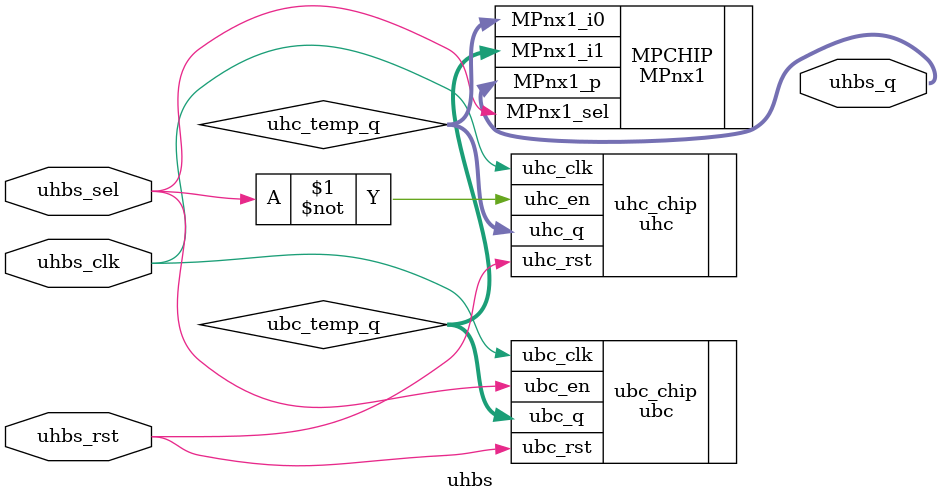
<source format=v>
`timescale 1ns / 1ps

module uhbs(
    input uhbs_clk,                              // Clock for uhbs
    input uhbs_rst,                              // Reset for uhbs
    input uhbs_sel,                               // En for uhbs
    output [3:0] uhbs_q                          // Output for ssd
    );
    
    wire [3:0] ubc_temp_q;
    wire [3:0] uhc_temp_q;
    
    ubc ubc_chip(
        .ubc_clk(uhbs_clk),                              // Clock for ubc
        .ubc_rst(uhbs_rst),                              // Reset for ubc
        .ubc_en(uhbs_sel),                               // En for ubc
        .ubc_q(ubc_temp_q)                          // Output for ssd
    );    
    
        uhc uhc_chip(
        .uhc_clk(uhbs_clk),                              // Clock for ubc
        .uhc_rst(uhbs_rst),                              // Reset for ubc
        .uhc_en(~uhbs_sel),                               // En for ubc
        .uhc_q(uhc_temp_q)                          // Output for ssd
    );  
    
     MPnx1 #(.SIZE(4)) MPCHIP   
    (
        .MPnx1_i0(uhc_temp_q),
        .MPnx1_i1(ubc_temp_q),
        .MPnx1_sel(uhbs_sel),
        .MPnx1_p(uhbs_q)
    );
endmodule

</source>
